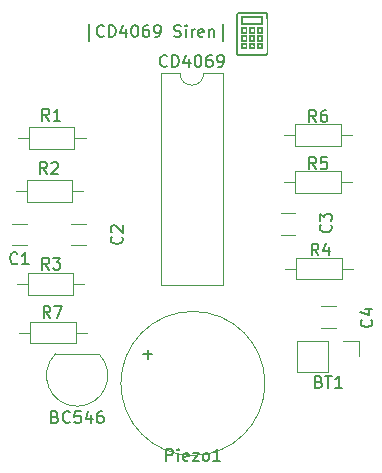
<source format=gbr>
%TF.GenerationSoftware,KiCad,Pcbnew,7.0.6*%
%TF.CreationDate,2023-09-16T09:49:36+02:00*%
%TF.ProjectId,cd4069-siren,63643430-3639-42d7-9369-72656e2e6b69,0*%
%TF.SameCoordinates,Original*%
%TF.FileFunction,Legend,Top*%
%TF.FilePolarity,Positive*%
%FSLAX46Y46*%
G04 Gerber Fmt 4.6, Leading zero omitted, Abs format (unit mm)*
G04 Created by KiCad (PCBNEW 7.0.6) date 2023-09-16 09:49:36*
%MOMM*%
%LPD*%
G01*
G04 APERTURE LIST*
%ADD10C,0.150000*%
%ADD11C,0.120000*%
G04 APERTURE END LIST*
D10*
X98674874Y-50903152D02*
X98674874Y-49474580D01*
X99960588Y-50474580D02*
X99912969Y-50522200D01*
X99912969Y-50522200D02*
X99770112Y-50569819D01*
X99770112Y-50569819D02*
X99674874Y-50569819D01*
X99674874Y-50569819D02*
X99532017Y-50522200D01*
X99532017Y-50522200D02*
X99436779Y-50426961D01*
X99436779Y-50426961D02*
X99389160Y-50331723D01*
X99389160Y-50331723D02*
X99341541Y-50141247D01*
X99341541Y-50141247D02*
X99341541Y-49998390D01*
X99341541Y-49998390D02*
X99389160Y-49807914D01*
X99389160Y-49807914D02*
X99436779Y-49712676D01*
X99436779Y-49712676D02*
X99532017Y-49617438D01*
X99532017Y-49617438D02*
X99674874Y-49569819D01*
X99674874Y-49569819D02*
X99770112Y-49569819D01*
X99770112Y-49569819D02*
X99912969Y-49617438D01*
X99912969Y-49617438D02*
X99960588Y-49665057D01*
X100389160Y-50569819D02*
X100389160Y-49569819D01*
X100389160Y-49569819D02*
X100627255Y-49569819D01*
X100627255Y-49569819D02*
X100770112Y-49617438D01*
X100770112Y-49617438D02*
X100865350Y-49712676D01*
X100865350Y-49712676D02*
X100912969Y-49807914D01*
X100912969Y-49807914D02*
X100960588Y-49998390D01*
X100960588Y-49998390D02*
X100960588Y-50141247D01*
X100960588Y-50141247D02*
X100912969Y-50331723D01*
X100912969Y-50331723D02*
X100865350Y-50426961D01*
X100865350Y-50426961D02*
X100770112Y-50522200D01*
X100770112Y-50522200D02*
X100627255Y-50569819D01*
X100627255Y-50569819D02*
X100389160Y-50569819D01*
X101817731Y-49903152D02*
X101817731Y-50569819D01*
X101579636Y-49522200D02*
X101341541Y-50236485D01*
X101341541Y-50236485D02*
X101960588Y-50236485D01*
X102532017Y-49569819D02*
X102627255Y-49569819D01*
X102627255Y-49569819D02*
X102722493Y-49617438D01*
X102722493Y-49617438D02*
X102770112Y-49665057D01*
X102770112Y-49665057D02*
X102817731Y-49760295D01*
X102817731Y-49760295D02*
X102865350Y-49950771D01*
X102865350Y-49950771D02*
X102865350Y-50188866D01*
X102865350Y-50188866D02*
X102817731Y-50379342D01*
X102817731Y-50379342D02*
X102770112Y-50474580D01*
X102770112Y-50474580D02*
X102722493Y-50522200D01*
X102722493Y-50522200D02*
X102627255Y-50569819D01*
X102627255Y-50569819D02*
X102532017Y-50569819D01*
X102532017Y-50569819D02*
X102436779Y-50522200D01*
X102436779Y-50522200D02*
X102389160Y-50474580D01*
X102389160Y-50474580D02*
X102341541Y-50379342D01*
X102341541Y-50379342D02*
X102293922Y-50188866D01*
X102293922Y-50188866D02*
X102293922Y-49950771D01*
X102293922Y-49950771D02*
X102341541Y-49760295D01*
X102341541Y-49760295D02*
X102389160Y-49665057D01*
X102389160Y-49665057D02*
X102436779Y-49617438D01*
X102436779Y-49617438D02*
X102532017Y-49569819D01*
X103722493Y-49569819D02*
X103532017Y-49569819D01*
X103532017Y-49569819D02*
X103436779Y-49617438D01*
X103436779Y-49617438D02*
X103389160Y-49665057D01*
X103389160Y-49665057D02*
X103293922Y-49807914D01*
X103293922Y-49807914D02*
X103246303Y-49998390D01*
X103246303Y-49998390D02*
X103246303Y-50379342D01*
X103246303Y-50379342D02*
X103293922Y-50474580D01*
X103293922Y-50474580D02*
X103341541Y-50522200D01*
X103341541Y-50522200D02*
X103436779Y-50569819D01*
X103436779Y-50569819D02*
X103627255Y-50569819D01*
X103627255Y-50569819D02*
X103722493Y-50522200D01*
X103722493Y-50522200D02*
X103770112Y-50474580D01*
X103770112Y-50474580D02*
X103817731Y-50379342D01*
X103817731Y-50379342D02*
X103817731Y-50141247D01*
X103817731Y-50141247D02*
X103770112Y-50046009D01*
X103770112Y-50046009D02*
X103722493Y-49998390D01*
X103722493Y-49998390D02*
X103627255Y-49950771D01*
X103627255Y-49950771D02*
X103436779Y-49950771D01*
X103436779Y-49950771D02*
X103341541Y-49998390D01*
X103341541Y-49998390D02*
X103293922Y-50046009D01*
X103293922Y-50046009D02*
X103246303Y-50141247D01*
X104293922Y-50569819D02*
X104484398Y-50569819D01*
X104484398Y-50569819D02*
X104579636Y-50522200D01*
X104579636Y-50522200D02*
X104627255Y-50474580D01*
X104627255Y-50474580D02*
X104722493Y-50331723D01*
X104722493Y-50331723D02*
X104770112Y-50141247D01*
X104770112Y-50141247D02*
X104770112Y-49760295D01*
X104770112Y-49760295D02*
X104722493Y-49665057D01*
X104722493Y-49665057D02*
X104674874Y-49617438D01*
X104674874Y-49617438D02*
X104579636Y-49569819D01*
X104579636Y-49569819D02*
X104389160Y-49569819D01*
X104389160Y-49569819D02*
X104293922Y-49617438D01*
X104293922Y-49617438D02*
X104246303Y-49665057D01*
X104246303Y-49665057D02*
X104198684Y-49760295D01*
X104198684Y-49760295D02*
X104198684Y-49998390D01*
X104198684Y-49998390D02*
X104246303Y-50093628D01*
X104246303Y-50093628D02*
X104293922Y-50141247D01*
X104293922Y-50141247D02*
X104389160Y-50188866D01*
X104389160Y-50188866D02*
X104579636Y-50188866D01*
X104579636Y-50188866D02*
X104674874Y-50141247D01*
X104674874Y-50141247D02*
X104722493Y-50093628D01*
X104722493Y-50093628D02*
X104770112Y-49998390D01*
X105912970Y-50522200D02*
X106055827Y-50569819D01*
X106055827Y-50569819D02*
X106293922Y-50569819D01*
X106293922Y-50569819D02*
X106389160Y-50522200D01*
X106389160Y-50522200D02*
X106436779Y-50474580D01*
X106436779Y-50474580D02*
X106484398Y-50379342D01*
X106484398Y-50379342D02*
X106484398Y-50284104D01*
X106484398Y-50284104D02*
X106436779Y-50188866D01*
X106436779Y-50188866D02*
X106389160Y-50141247D01*
X106389160Y-50141247D02*
X106293922Y-50093628D01*
X106293922Y-50093628D02*
X106103446Y-50046009D01*
X106103446Y-50046009D02*
X106008208Y-49998390D01*
X106008208Y-49998390D02*
X105960589Y-49950771D01*
X105960589Y-49950771D02*
X105912970Y-49855533D01*
X105912970Y-49855533D02*
X105912970Y-49760295D01*
X105912970Y-49760295D02*
X105960589Y-49665057D01*
X105960589Y-49665057D02*
X106008208Y-49617438D01*
X106008208Y-49617438D02*
X106103446Y-49569819D01*
X106103446Y-49569819D02*
X106341541Y-49569819D01*
X106341541Y-49569819D02*
X106484398Y-49617438D01*
X106912970Y-50569819D02*
X106912970Y-49903152D01*
X106912970Y-49569819D02*
X106865351Y-49617438D01*
X106865351Y-49617438D02*
X106912970Y-49665057D01*
X106912970Y-49665057D02*
X106960589Y-49617438D01*
X106960589Y-49617438D02*
X106912970Y-49569819D01*
X106912970Y-49569819D02*
X106912970Y-49665057D01*
X107389160Y-50569819D02*
X107389160Y-49903152D01*
X107389160Y-50093628D02*
X107436779Y-49998390D01*
X107436779Y-49998390D02*
X107484398Y-49950771D01*
X107484398Y-49950771D02*
X107579636Y-49903152D01*
X107579636Y-49903152D02*
X107674874Y-49903152D01*
X108389160Y-50522200D02*
X108293922Y-50569819D01*
X108293922Y-50569819D02*
X108103446Y-50569819D01*
X108103446Y-50569819D02*
X108008208Y-50522200D01*
X108008208Y-50522200D02*
X107960589Y-50426961D01*
X107960589Y-50426961D02*
X107960589Y-50046009D01*
X107960589Y-50046009D02*
X108008208Y-49950771D01*
X108008208Y-49950771D02*
X108103446Y-49903152D01*
X108103446Y-49903152D02*
X108293922Y-49903152D01*
X108293922Y-49903152D02*
X108389160Y-49950771D01*
X108389160Y-49950771D02*
X108436779Y-50046009D01*
X108436779Y-50046009D02*
X108436779Y-50141247D01*
X108436779Y-50141247D02*
X107960589Y-50236485D01*
X108865351Y-49903152D02*
X108865351Y-50569819D01*
X108865351Y-49998390D02*
X108912970Y-49950771D01*
X108912970Y-49950771D02*
X109008208Y-49903152D01*
X109008208Y-49903152D02*
X109151065Y-49903152D01*
X109151065Y-49903152D02*
X109246303Y-49950771D01*
X109246303Y-49950771D02*
X109293922Y-50046009D01*
X109293922Y-50046009D02*
X109293922Y-50569819D01*
X110008208Y-50903152D02*
X110008208Y-49474580D01*
X92633333Y-69709580D02*
X92585714Y-69757200D01*
X92585714Y-69757200D02*
X92442857Y-69804819D01*
X92442857Y-69804819D02*
X92347619Y-69804819D01*
X92347619Y-69804819D02*
X92204762Y-69757200D01*
X92204762Y-69757200D02*
X92109524Y-69661961D01*
X92109524Y-69661961D02*
X92061905Y-69566723D01*
X92061905Y-69566723D02*
X92014286Y-69376247D01*
X92014286Y-69376247D02*
X92014286Y-69233390D01*
X92014286Y-69233390D02*
X92061905Y-69042914D01*
X92061905Y-69042914D02*
X92109524Y-68947676D01*
X92109524Y-68947676D02*
X92204762Y-68852438D01*
X92204762Y-68852438D02*
X92347619Y-68804819D01*
X92347619Y-68804819D02*
X92442857Y-68804819D01*
X92442857Y-68804819D02*
X92585714Y-68852438D01*
X92585714Y-68852438D02*
X92633333Y-68900057D01*
X93585714Y-69804819D02*
X93014286Y-69804819D01*
X93300000Y-69804819D02*
X93300000Y-68804819D01*
X93300000Y-68804819D02*
X93204762Y-68947676D01*
X93204762Y-68947676D02*
X93109524Y-69042914D01*
X93109524Y-69042914D02*
X93014286Y-69090533D01*
X117933333Y-57754819D02*
X117600000Y-57278628D01*
X117361905Y-57754819D02*
X117361905Y-56754819D01*
X117361905Y-56754819D02*
X117742857Y-56754819D01*
X117742857Y-56754819D02*
X117838095Y-56802438D01*
X117838095Y-56802438D02*
X117885714Y-56850057D01*
X117885714Y-56850057D02*
X117933333Y-56945295D01*
X117933333Y-56945295D02*
X117933333Y-57088152D01*
X117933333Y-57088152D02*
X117885714Y-57183390D01*
X117885714Y-57183390D02*
X117838095Y-57231009D01*
X117838095Y-57231009D02*
X117742857Y-57278628D01*
X117742857Y-57278628D02*
X117361905Y-57278628D01*
X118790476Y-56754819D02*
X118600000Y-56754819D01*
X118600000Y-56754819D02*
X118504762Y-56802438D01*
X118504762Y-56802438D02*
X118457143Y-56850057D01*
X118457143Y-56850057D02*
X118361905Y-56992914D01*
X118361905Y-56992914D02*
X118314286Y-57183390D01*
X118314286Y-57183390D02*
X118314286Y-57564342D01*
X118314286Y-57564342D02*
X118361905Y-57659580D01*
X118361905Y-57659580D02*
X118409524Y-57707200D01*
X118409524Y-57707200D02*
X118504762Y-57754819D01*
X118504762Y-57754819D02*
X118695238Y-57754819D01*
X118695238Y-57754819D02*
X118790476Y-57707200D01*
X118790476Y-57707200D02*
X118838095Y-57659580D01*
X118838095Y-57659580D02*
X118885714Y-57564342D01*
X118885714Y-57564342D02*
X118885714Y-57326247D01*
X118885714Y-57326247D02*
X118838095Y-57231009D01*
X118838095Y-57231009D02*
X118790476Y-57183390D01*
X118790476Y-57183390D02*
X118695238Y-57135771D01*
X118695238Y-57135771D02*
X118504762Y-57135771D01*
X118504762Y-57135771D02*
X118409524Y-57183390D01*
X118409524Y-57183390D02*
X118361905Y-57231009D01*
X118361905Y-57231009D02*
X118314286Y-57326247D01*
X118164285Y-79756009D02*
X118307142Y-79803628D01*
X118307142Y-79803628D02*
X118354761Y-79851247D01*
X118354761Y-79851247D02*
X118402380Y-79946485D01*
X118402380Y-79946485D02*
X118402380Y-80089342D01*
X118402380Y-80089342D02*
X118354761Y-80184580D01*
X118354761Y-80184580D02*
X118307142Y-80232200D01*
X118307142Y-80232200D02*
X118211904Y-80279819D01*
X118211904Y-80279819D02*
X117830952Y-80279819D01*
X117830952Y-80279819D02*
X117830952Y-79279819D01*
X117830952Y-79279819D02*
X118164285Y-79279819D01*
X118164285Y-79279819D02*
X118259523Y-79327438D01*
X118259523Y-79327438D02*
X118307142Y-79375057D01*
X118307142Y-79375057D02*
X118354761Y-79470295D01*
X118354761Y-79470295D02*
X118354761Y-79565533D01*
X118354761Y-79565533D02*
X118307142Y-79660771D01*
X118307142Y-79660771D02*
X118259523Y-79708390D01*
X118259523Y-79708390D02*
X118164285Y-79756009D01*
X118164285Y-79756009D02*
X117830952Y-79756009D01*
X118688095Y-79279819D02*
X119259523Y-79279819D01*
X118973809Y-80279819D02*
X118973809Y-79279819D01*
X120116666Y-80279819D02*
X119545238Y-80279819D01*
X119830952Y-80279819D02*
X119830952Y-79279819D01*
X119830952Y-79279819D02*
X119735714Y-79422676D01*
X119735714Y-79422676D02*
X119640476Y-79517914D01*
X119640476Y-79517914D02*
X119545238Y-79565533D01*
X95333333Y-70254819D02*
X95000000Y-69778628D01*
X94761905Y-70254819D02*
X94761905Y-69254819D01*
X94761905Y-69254819D02*
X95142857Y-69254819D01*
X95142857Y-69254819D02*
X95238095Y-69302438D01*
X95238095Y-69302438D02*
X95285714Y-69350057D01*
X95285714Y-69350057D02*
X95333333Y-69445295D01*
X95333333Y-69445295D02*
X95333333Y-69588152D01*
X95333333Y-69588152D02*
X95285714Y-69683390D01*
X95285714Y-69683390D02*
X95238095Y-69731009D01*
X95238095Y-69731009D02*
X95142857Y-69778628D01*
X95142857Y-69778628D02*
X94761905Y-69778628D01*
X95666667Y-69254819D02*
X96285714Y-69254819D01*
X96285714Y-69254819D02*
X95952381Y-69635771D01*
X95952381Y-69635771D02*
X96095238Y-69635771D01*
X96095238Y-69635771D02*
X96190476Y-69683390D01*
X96190476Y-69683390D02*
X96238095Y-69731009D01*
X96238095Y-69731009D02*
X96285714Y-69826247D01*
X96285714Y-69826247D02*
X96285714Y-70064342D01*
X96285714Y-70064342D02*
X96238095Y-70159580D01*
X96238095Y-70159580D02*
X96190476Y-70207200D01*
X96190476Y-70207200D02*
X96095238Y-70254819D01*
X96095238Y-70254819D02*
X95809524Y-70254819D01*
X95809524Y-70254819D02*
X95714286Y-70207200D01*
X95714286Y-70207200D02*
X95666667Y-70159580D01*
X119159580Y-66466666D02*
X119207200Y-66514285D01*
X119207200Y-66514285D02*
X119254819Y-66657142D01*
X119254819Y-66657142D02*
X119254819Y-66752380D01*
X119254819Y-66752380D02*
X119207200Y-66895237D01*
X119207200Y-66895237D02*
X119111961Y-66990475D01*
X119111961Y-66990475D02*
X119016723Y-67038094D01*
X119016723Y-67038094D02*
X118826247Y-67085713D01*
X118826247Y-67085713D02*
X118683390Y-67085713D01*
X118683390Y-67085713D02*
X118492914Y-67038094D01*
X118492914Y-67038094D02*
X118397676Y-66990475D01*
X118397676Y-66990475D02*
X118302438Y-66895237D01*
X118302438Y-66895237D02*
X118254819Y-66752380D01*
X118254819Y-66752380D02*
X118254819Y-66657142D01*
X118254819Y-66657142D02*
X118302438Y-66514285D01*
X118302438Y-66514285D02*
X118350057Y-66466666D01*
X118254819Y-66133332D02*
X118254819Y-65514285D01*
X118254819Y-65514285D02*
X118635771Y-65847618D01*
X118635771Y-65847618D02*
X118635771Y-65704761D01*
X118635771Y-65704761D02*
X118683390Y-65609523D01*
X118683390Y-65609523D02*
X118731009Y-65561904D01*
X118731009Y-65561904D02*
X118826247Y-65514285D01*
X118826247Y-65514285D02*
X119064342Y-65514285D01*
X119064342Y-65514285D02*
X119159580Y-65561904D01*
X119159580Y-65561904D02*
X119207200Y-65609523D01*
X119207200Y-65609523D02*
X119254819Y-65704761D01*
X119254819Y-65704761D02*
X119254819Y-65990475D01*
X119254819Y-65990475D02*
X119207200Y-66085713D01*
X119207200Y-66085713D02*
X119159580Y-66133332D01*
X118133333Y-69054819D02*
X117800000Y-68578628D01*
X117561905Y-69054819D02*
X117561905Y-68054819D01*
X117561905Y-68054819D02*
X117942857Y-68054819D01*
X117942857Y-68054819D02*
X118038095Y-68102438D01*
X118038095Y-68102438D02*
X118085714Y-68150057D01*
X118085714Y-68150057D02*
X118133333Y-68245295D01*
X118133333Y-68245295D02*
X118133333Y-68388152D01*
X118133333Y-68388152D02*
X118085714Y-68483390D01*
X118085714Y-68483390D02*
X118038095Y-68531009D01*
X118038095Y-68531009D02*
X117942857Y-68578628D01*
X117942857Y-68578628D02*
X117561905Y-68578628D01*
X118990476Y-68388152D02*
X118990476Y-69054819D01*
X118752381Y-68007200D02*
X118514286Y-68721485D01*
X118514286Y-68721485D02*
X119133333Y-68721485D01*
X122609580Y-74491666D02*
X122657200Y-74539285D01*
X122657200Y-74539285D02*
X122704819Y-74682142D01*
X122704819Y-74682142D02*
X122704819Y-74777380D01*
X122704819Y-74777380D02*
X122657200Y-74920237D01*
X122657200Y-74920237D02*
X122561961Y-75015475D01*
X122561961Y-75015475D02*
X122466723Y-75063094D01*
X122466723Y-75063094D02*
X122276247Y-75110713D01*
X122276247Y-75110713D02*
X122133390Y-75110713D01*
X122133390Y-75110713D02*
X121942914Y-75063094D01*
X121942914Y-75063094D02*
X121847676Y-75015475D01*
X121847676Y-75015475D02*
X121752438Y-74920237D01*
X121752438Y-74920237D02*
X121704819Y-74777380D01*
X121704819Y-74777380D02*
X121704819Y-74682142D01*
X121704819Y-74682142D02*
X121752438Y-74539285D01*
X121752438Y-74539285D02*
X121800057Y-74491666D01*
X122038152Y-73634523D02*
X122704819Y-73634523D01*
X121657200Y-73872618D02*
X122371485Y-74110713D01*
X122371485Y-74110713D02*
X122371485Y-73491666D01*
X95133333Y-62154819D02*
X94800000Y-61678628D01*
X94561905Y-62154819D02*
X94561905Y-61154819D01*
X94561905Y-61154819D02*
X94942857Y-61154819D01*
X94942857Y-61154819D02*
X95038095Y-61202438D01*
X95038095Y-61202438D02*
X95085714Y-61250057D01*
X95085714Y-61250057D02*
X95133333Y-61345295D01*
X95133333Y-61345295D02*
X95133333Y-61488152D01*
X95133333Y-61488152D02*
X95085714Y-61583390D01*
X95085714Y-61583390D02*
X95038095Y-61631009D01*
X95038095Y-61631009D02*
X94942857Y-61678628D01*
X94942857Y-61678628D02*
X94561905Y-61678628D01*
X95514286Y-61250057D02*
X95561905Y-61202438D01*
X95561905Y-61202438D02*
X95657143Y-61154819D01*
X95657143Y-61154819D02*
X95895238Y-61154819D01*
X95895238Y-61154819D02*
X95990476Y-61202438D01*
X95990476Y-61202438D02*
X96038095Y-61250057D01*
X96038095Y-61250057D02*
X96085714Y-61345295D01*
X96085714Y-61345295D02*
X96085714Y-61440533D01*
X96085714Y-61440533D02*
X96038095Y-61583390D01*
X96038095Y-61583390D02*
X95466667Y-62154819D01*
X95466667Y-62154819D02*
X96085714Y-62154819D01*
X117933333Y-61754819D02*
X117600000Y-61278628D01*
X117361905Y-61754819D02*
X117361905Y-60754819D01*
X117361905Y-60754819D02*
X117742857Y-60754819D01*
X117742857Y-60754819D02*
X117838095Y-60802438D01*
X117838095Y-60802438D02*
X117885714Y-60850057D01*
X117885714Y-60850057D02*
X117933333Y-60945295D01*
X117933333Y-60945295D02*
X117933333Y-61088152D01*
X117933333Y-61088152D02*
X117885714Y-61183390D01*
X117885714Y-61183390D02*
X117838095Y-61231009D01*
X117838095Y-61231009D02*
X117742857Y-61278628D01*
X117742857Y-61278628D02*
X117361905Y-61278628D01*
X118838095Y-60754819D02*
X118361905Y-60754819D01*
X118361905Y-60754819D02*
X118314286Y-61231009D01*
X118314286Y-61231009D02*
X118361905Y-61183390D01*
X118361905Y-61183390D02*
X118457143Y-61135771D01*
X118457143Y-61135771D02*
X118695238Y-61135771D01*
X118695238Y-61135771D02*
X118790476Y-61183390D01*
X118790476Y-61183390D02*
X118838095Y-61231009D01*
X118838095Y-61231009D02*
X118885714Y-61326247D01*
X118885714Y-61326247D02*
X118885714Y-61564342D01*
X118885714Y-61564342D02*
X118838095Y-61659580D01*
X118838095Y-61659580D02*
X118790476Y-61707200D01*
X118790476Y-61707200D02*
X118695238Y-61754819D01*
X118695238Y-61754819D02*
X118457143Y-61754819D01*
X118457143Y-61754819D02*
X118361905Y-61707200D01*
X118361905Y-61707200D02*
X118314286Y-61659580D01*
X105314761Y-53004580D02*
X105267142Y-53052200D01*
X105267142Y-53052200D02*
X105124285Y-53099819D01*
X105124285Y-53099819D02*
X105029047Y-53099819D01*
X105029047Y-53099819D02*
X104886190Y-53052200D01*
X104886190Y-53052200D02*
X104790952Y-52956961D01*
X104790952Y-52956961D02*
X104743333Y-52861723D01*
X104743333Y-52861723D02*
X104695714Y-52671247D01*
X104695714Y-52671247D02*
X104695714Y-52528390D01*
X104695714Y-52528390D02*
X104743333Y-52337914D01*
X104743333Y-52337914D02*
X104790952Y-52242676D01*
X104790952Y-52242676D02*
X104886190Y-52147438D01*
X104886190Y-52147438D02*
X105029047Y-52099819D01*
X105029047Y-52099819D02*
X105124285Y-52099819D01*
X105124285Y-52099819D02*
X105267142Y-52147438D01*
X105267142Y-52147438D02*
X105314761Y-52195057D01*
X105743333Y-53099819D02*
X105743333Y-52099819D01*
X105743333Y-52099819D02*
X105981428Y-52099819D01*
X105981428Y-52099819D02*
X106124285Y-52147438D01*
X106124285Y-52147438D02*
X106219523Y-52242676D01*
X106219523Y-52242676D02*
X106267142Y-52337914D01*
X106267142Y-52337914D02*
X106314761Y-52528390D01*
X106314761Y-52528390D02*
X106314761Y-52671247D01*
X106314761Y-52671247D02*
X106267142Y-52861723D01*
X106267142Y-52861723D02*
X106219523Y-52956961D01*
X106219523Y-52956961D02*
X106124285Y-53052200D01*
X106124285Y-53052200D02*
X105981428Y-53099819D01*
X105981428Y-53099819D02*
X105743333Y-53099819D01*
X107171904Y-52433152D02*
X107171904Y-53099819D01*
X106933809Y-52052200D02*
X106695714Y-52766485D01*
X106695714Y-52766485D02*
X107314761Y-52766485D01*
X107886190Y-52099819D02*
X107981428Y-52099819D01*
X107981428Y-52099819D02*
X108076666Y-52147438D01*
X108076666Y-52147438D02*
X108124285Y-52195057D01*
X108124285Y-52195057D02*
X108171904Y-52290295D01*
X108171904Y-52290295D02*
X108219523Y-52480771D01*
X108219523Y-52480771D02*
X108219523Y-52718866D01*
X108219523Y-52718866D02*
X108171904Y-52909342D01*
X108171904Y-52909342D02*
X108124285Y-53004580D01*
X108124285Y-53004580D02*
X108076666Y-53052200D01*
X108076666Y-53052200D02*
X107981428Y-53099819D01*
X107981428Y-53099819D02*
X107886190Y-53099819D01*
X107886190Y-53099819D02*
X107790952Y-53052200D01*
X107790952Y-53052200D02*
X107743333Y-53004580D01*
X107743333Y-53004580D02*
X107695714Y-52909342D01*
X107695714Y-52909342D02*
X107648095Y-52718866D01*
X107648095Y-52718866D02*
X107648095Y-52480771D01*
X107648095Y-52480771D02*
X107695714Y-52290295D01*
X107695714Y-52290295D02*
X107743333Y-52195057D01*
X107743333Y-52195057D02*
X107790952Y-52147438D01*
X107790952Y-52147438D02*
X107886190Y-52099819D01*
X109076666Y-52099819D02*
X108886190Y-52099819D01*
X108886190Y-52099819D02*
X108790952Y-52147438D01*
X108790952Y-52147438D02*
X108743333Y-52195057D01*
X108743333Y-52195057D02*
X108648095Y-52337914D01*
X108648095Y-52337914D02*
X108600476Y-52528390D01*
X108600476Y-52528390D02*
X108600476Y-52909342D01*
X108600476Y-52909342D02*
X108648095Y-53004580D01*
X108648095Y-53004580D02*
X108695714Y-53052200D01*
X108695714Y-53052200D02*
X108790952Y-53099819D01*
X108790952Y-53099819D02*
X108981428Y-53099819D01*
X108981428Y-53099819D02*
X109076666Y-53052200D01*
X109076666Y-53052200D02*
X109124285Y-53004580D01*
X109124285Y-53004580D02*
X109171904Y-52909342D01*
X109171904Y-52909342D02*
X109171904Y-52671247D01*
X109171904Y-52671247D02*
X109124285Y-52576009D01*
X109124285Y-52576009D02*
X109076666Y-52528390D01*
X109076666Y-52528390D02*
X108981428Y-52480771D01*
X108981428Y-52480771D02*
X108790952Y-52480771D01*
X108790952Y-52480771D02*
X108695714Y-52528390D01*
X108695714Y-52528390D02*
X108648095Y-52576009D01*
X108648095Y-52576009D02*
X108600476Y-52671247D01*
X109648095Y-53099819D02*
X109838571Y-53099819D01*
X109838571Y-53099819D02*
X109933809Y-53052200D01*
X109933809Y-53052200D02*
X109981428Y-53004580D01*
X109981428Y-53004580D02*
X110076666Y-52861723D01*
X110076666Y-52861723D02*
X110124285Y-52671247D01*
X110124285Y-52671247D02*
X110124285Y-52290295D01*
X110124285Y-52290295D02*
X110076666Y-52195057D01*
X110076666Y-52195057D02*
X110029047Y-52147438D01*
X110029047Y-52147438D02*
X109933809Y-52099819D01*
X109933809Y-52099819D02*
X109743333Y-52099819D01*
X109743333Y-52099819D02*
X109648095Y-52147438D01*
X109648095Y-52147438D02*
X109600476Y-52195057D01*
X109600476Y-52195057D02*
X109552857Y-52290295D01*
X109552857Y-52290295D02*
X109552857Y-52528390D01*
X109552857Y-52528390D02*
X109600476Y-52623628D01*
X109600476Y-52623628D02*
X109648095Y-52671247D01*
X109648095Y-52671247D02*
X109743333Y-52718866D01*
X109743333Y-52718866D02*
X109933809Y-52718866D01*
X109933809Y-52718866D02*
X110029047Y-52671247D01*
X110029047Y-52671247D02*
X110076666Y-52623628D01*
X110076666Y-52623628D02*
X110124285Y-52528390D01*
X95433333Y-74354819D02*
X95100000Y-73878628D01*
X94861905Y-74354819D02*
X94861905Y-73354819D01*
X94861905Y-73354819D02*
X95242857Y-73354819D01*
X95242857Y-73354819D02*
X95338095Y-73402438D01*
X95338095Y-73402438D02*
X95385714Y-73450057D01*
X95385714Y-73450057D02*
X95433333Y-73545295D01*
X95433333Y-73545295D02*
X95433333Y-73688152D01*
X95433333Y-73688152D02*
X95385714Y-73783390D01*
X95385714Y-73783390D02*
X95338095Y-73831009D01*
X95338095Y-73831009D02*
X95242857Y-73878628D01*
X95242857Y-73878628D02*
X94861905Y-73878628D01*
X95766667Y-73354819D02*
X96433333Y-73354819D01*
X96433333Y-73354819D02*
X96004762Y-74354819D01*
X101459580Y-67466666D02*
X101507200Y-67514285D01*
X101507200Y-67514285D02*
X101554819Y-67657142D01*
X101554819Y-67657142D02*
X101554819Y-67752380D01*
X101554819Y-67752380D02*
X101507200Y-67895237D01*
X101507200Y-67895237D02*
X101411961Y-67990475D01*
X101411961Y-67990475D02*
X101316723Y-68038094D01*
X101316723Y-68038094D02*
X101126247Y-68085713D01*
X101126247Y-68085713D02*
X100983390Y-68085713D01*
X100983390Y-68085713D02*
X100792914Y-68038094D01*
X100792914Y-68038094D02*
X100697676Y-67990475D01*
X100697676Y-67990475D02*
X100602438Y-67895237D01*
X100602438Y-67895237D02*
X100554819Y-67752380D01*
X100554819Y-67752380D02*
X100554819Y-67657142D01*
X100554819Y-67657142D02*
X100602438Y-67514285D01*
X100602438Y-67514285D02*
X100650057Y-67466666D01*
X100650057Y-67085713D02*
X100602438Y-67038094D01*
X100602438Y-67038094D02*
X100554819Y-66942856D01*
X100554819Y-66942856D02*
X100554819Y-66704761D01*
X100554819Y-66704761D02*
X100602438Y-66609523D01*
X100602438Y-66609523D02*
X100650057Y-66561904D01*
X100650057Y-66561904D02*
X100745295Y-66514285D01*
X100745295Y-66514285D02*
X100840533Y-66514285D01*
X100840533Y-66514285D02*
X100983390Y-66561904D01*
X100983390Y-66561904D02*
X101554819Y-67133332D01*
X101554819Y-67133332D02*
X101554819Y-66514285D01*
X95333333Y-57654819D02*
X95000000Y-57178628D01*
X94761905Y-57654819D02*
X94761905Y-56654819D01*
X94761905Y-56654819D02*
X95142857Y-56654819D01*
X95142857Y-56654819D02*
X95238095Y-56702438D01*
X95238095Y-56702438D02*
X95285714Y-56750057D01*
X95285714Y-56750057D02*
X95333333Y-56845295D01*
X95333333Y-56845295D02*
X95333333Y-56988152D01*
X95333333Y-56988152D02*
X95285714Y-57083390D01*
X95285714Y-57083390D02*
X95238095Y-57131009D01*
X95238095Y-57131009D02*
X95142857Y-57178628D01*
X95142857Y-57178628D02*
X94761905Y-57178628D01*
X96285714Y-57654819D02*
X95714286Y-57654819D01*
X96000000Y-57654819D02*
X96000000Y-56654819D01*
X96000000Y-56654819D02*
X95904762Y-56797676D01*
X95904762Y-56797676D02*
X95809524Y-56892914D01*
X95809524Y-56892914D02*
X95714286Y-56940533D01*
X95842857Y-82731009D02*
X95985714Y-82778628D01*
X95985714Y-82778628D02*
X96033333Y-82826247D01*
X96033333Y-82826247D02*
X96080952Y-82921485D01*
X96080952Y-82921485D02*
X96080952Y-83064342D01*
X96080952Y-83064342D02*
X96033333Y-83159580D01*
X96033333Y-83159580D02*
X95985714Y-83207200D01*
X95985714Y-83207200D02*
X95890476Y-83254819D01*
X95890476Y-83254819D02*
X95509524Y-83254819D01*
X95509524Y-83254819D02*
X95509524Y-82254819D01*
X95509524Y-82254819D02*
X95842857Y-82254819D01*
X95842857Y-82254819D02*
X95938095Y-82302438D01*
X95938095Y-82302438D02*
X95985714Y-82350057D01*
X95985714Y-82350057D02*
X96033333Y-82445295D01*
X96033333Y-82445295D02*
X96033333Y-82540533D01*
X96033333Y-82540533D02*
X95985714Y-82635771D01*
X95985714Y-82635771D02*
X95938095Y-82683390D01*
X95938095Y-82683390D02*
X95842857Y-82731009D01*
X95842857Y-82731009D02*
X95509524Y-82731009D01*
X97080952Y-83159580D02*
X97033333Y-83207200D01*
X97033333Y-83207200D02*
X96890476Y-83254819D01*
X96890476Y-83254819D02*
X96795238Y-83254819D01*
X96795238Y-83254819D02*
X96652381Y-83207200D01*
X96652381Y-83207200D02*
X96557143Y-83111961D01*
X96557143Y-83111961D02*
X96509524Y-83016723D01*
X96509524Y-83016723D02*
X96461905Y-82826247D01*
X96461905Y-82826247D02*
X96461905Y-82683390D01*
X96461905Y-82683390D02*
X96509524Y-82492914D01*
X96509524Y-82492914D02*
X96557143Y-82397676D01*
X96557143Y-82397676D02*
X96652381Y-82302438D01*
X96652381Y-82302438D02*
X96795238Y-82254819D01*
X96795238Y-82254819D02*
X96890476Y-82254819D01*
X96890476Y-82254819D02*
X97033333Y-82302438D01*
X97033333Y-82302438D02*
X97080952Y-82350057D01*
X97985714Y-82254819D02*
X97509524Y-82254819D01*
X97509524Y-82254819D02*
X97461905Y-82731009D01*
X97461905Y-82731009D02*
X97509524Y-82683390D01*
X97509524Y-82683390D02*
X97604762Y-82635771D01*
X97604762Y-82635771D02*
X97842857Y-82635771D01*
X97842857Y-82635771D02*
X97938095Y-82683390D01*
X97938095Y-82683390D02*
X97985714Y-82731009D01*
X97985714Y-82731009D02*
X98033333Y-82826247D01*
X98033333Y-82826247D02*
X98033333Y-83064342D01*
X98033333Y-83064342D02*
X97985714Y-83159580D01*
X97985714Y-83159580D02*
X97938095Y-83207200D01*
X97938095Y-83207200D02*
X97842857Y-83254819D01*
X97842857Y-83254819D02*
X97604762Y-83254819D01*
X97604762Y-83254819D02*
X97509524Y-83207200D01*
X97509524Y-83207200D02*
X97461905Y-83159580D01*
X98890476Y-82588152D02*
X98890476Y-83254819D01*
X98652381Y-82207200D02*
X98414286Y-82921485D01*
X98414286Y-82921485D02*
X99033333Y-82921485D01*
X99842857Y-82254819D02*
X99652381Y-82254819D01*
X99652381Y-82254819D02*
X99557143Y-82302438D01*
X99557143Y-82302438D02*
X99509524Y-82350057D01*
X99509524Y-82350057D02*
X99414286Y-82492914D01*
X99414286Y-82492914D02*
X99366667Y-82683390D01*
X99366667Y-82683390D02*
X99366667Y-83064342D01*
X99366667Y-83064342D02*
X99414286Y-83159580D01*
X99414286Y-83159580D02*
X99461905Y-83207200D01*
X99461905Y-83207200D02*
X99557143Y-83254819D01*
X99557143Y-83254819D02*
X99747619Y-83254819D01*
X99747619Y-83254819D02*
X99842857Y-83207200D01*
X99842857Y-83207200D02*
X99890476Y-83159580D01*
X99890476Y-83159580D02*
X99938095Y-83064342D01*
X99938095Y-83064342D02*
X99938095Y-82826247D01*
X99938095Y-82826247D02*
X99890476Y-82731009D01*
X99890476Y-82731009D02*
X99842857Y-82683390D01*
X99842857Y-82683390D02*
X99747619Y-82635771D01*
X99747619Y-82635771D02*
X99557143Y-82635771D01*
X99557143Y-82635771D02*
X99461905Y-82683390D01*
X99461905Y-82683390D02*
X99414286Y-82731009D01*
X99414286Y-82731009D02*
X99366667Y-82826247D01*
X105238095Y-86454819D02*
X105238095Y-85454819D01*
X105238095Y-85454819D02*
X105619047Y-85454819D01*
X105619047Y-85454819D02*
X105714285Y-85502438D01*
X105714285Y-85502438D02*
X105761904Y-85550057D01*
X105761904Y-85550057D02*
X105809523Y-85645295D01*
X105809523Y-85645295D02*
X105809523Y-85788152D01*
X105809523Y-85788152D02*
X105761904Y-85883390D01*
X105761904Y-85883390D02*
X105714285Y-85931009D01*
X105714285Y-85931009D02*
X105619047Y-85978628D01*
X105619047Y-85978628D02*
X105238095Y-85978628D01*
X106238095Y-86454819D02*
X106238095Y-85788152D01*
X106238095Y-85454819D02*
X106190476Y-85502438D01*
X106190476Y-85502438D02*
X106238095Y-85550057D01*
X106238095Y-85550057D02*
X106285714Y-85502438D01*
X106285714Y-85502438D02*
X106238095Y-85454819D01*
X106238095Y-85454819D02*
X106238095Y-85550057D01*
X107095237Y-86407200D02*
X106999999Y-86454819D01*
X106999999Y-86454819D02*
X106809523Y-86454819D01*
X106809523Y-86454819D02*
X106714285Y-86407200D01*
X106714285Y-86407200D02*
X106666666Y-86311961D01*
X106666666Y-86311961D02*
X106666666Y-85931009D01*
X106666666Y-85931009D02*
X106714285Y-85835771D01*
X106714285Y-85835771D02*
X106809523Y-85788152D01*
X106809523Y-85788152D02*
X106999999Y-85788152D01*
X106999999Y-85788152D02*
X107095237Y-85835771D01*
X107095237Y-85835771D02*
X107142856Y-85931009D01*
X107142856Y-85931009D02*
X107142856Y-86026247D01*
X107142856Y-86026247D02*
X106666666Y-86121485D01*
X107476190Y-85788152D02*
X107999999Y-85788152D01*
X107999999Y-85788152D02*
X107476190Y-86454819D01*
X107476190Y-86454819D02*
X107999999Y-86454819D01*
X108523809Y-86454819D02*
X108428571Y-86407200D01*
X108428571Y-86407200D02*
X108380952Y-86359580D01*
X108380952Y-86359580D02*
X108333333Y-86264342D01*
X108333333Y-86264342D02*
X108333333Y-85978628D01*
X108333333Y-85978628D02*
X108380952Y-85883390D01*
X108380952Y-85883390D02*
X108428571Y-85835771D01*
X108428571Y-85835771D02*
X108523809Y-85788152D01*
X108523809Y-85788152D02*
X108666666Y-85788152D01*
X108666666Y-85788152D02*
X108761904Y-85835771D01*
X108761904Y-85835771D02*
X108809523Y-85883390D01*
X108809523Y-85883390D02*
X108857142Y-85978628D01*
X108857142Y-85978628D02*
X108857142Y-86264342D01*
X108857142Y-86264342D02*
X108809523Y-86359580D01*
X108809523Y-86359580D02*
X108761904Y-86407200D01*
X108761904Y-86407200D02*
X108666666Y-86454819D01*
X108666666Y-86454819D02*
X108523809Y-86454819D01*
X109809523Y-86454819D02*
X109238095Y-86454819D01*
X109523809Y-86454819D02*
X109523809Y-85454819D01*
X109523809Y-85454819D02*
X109428571Y-85597676D01*
X109428571Y-85597676D02*
X109333333Y-85692914D01*
X109333333Y-85692914D02*
X109238095Y-85740533D01*
X103309048Y-77433866D02*
X104070953Y-77433866D01*
X103690000Y-77814819D02*
X103690000Y-77052914D01*
%TO.C,G\u002A\u002A\u002A*%
G36*
X113174338Y-48448217D02*
G01*
X113332435Y-48449355D01*
X113460207Y-48451894D01*
X113561379Y-48456117D01*
X113639679Y-48462308D01*
X113698835Y-48470749D01*
X113742574Y-48481724D01*
X113774622Y-48495515D01*
X113798708Y-48512405D01*
X113818558Y-48532678D01*
X113835228Y-48553218D01*
X113843542Y-48564908D01*
X113850749Y-48579441D01*
X113856930Y-48599934D01*
X113862162Y-48629498D01*
X113866526Y-48671248D01*
X113870098Y-48728299D01*
X113872960Y-48803764D01*
X113875188Y-48900756D01*
X113876863Y-49022390D01*
X113878063Y-49171780D01*
X113878866Y-49352040D01*
X113879352Y-49566283D01*
X113879600Y-49817623D01*
X113879689Y-50109175D01*
X113879698Y-50309327D01*
X113879751Y-50633338D01*
X113879759Y-50915166D01*
X113879497Y-51157864D01*
X113878738Y-51364485D01*
X113877255Y-51538081D01*
X113874822Y-51681705D01*
X113871214Y-51798409D01*
X113866203Y-51891247D01*
X113859563Y-51963271D01*
X113851069Y-52017534D01*
X113840494Y-52057089D01*
X113827611Y-52084987D01*
X113812195Y-52104283D01*
X113794018Y-52118029D01*
X113772856Y-52129276D01*
X113748480Y-52141079D01*
X113743740Y-52143496D01*
X113723394Y-52151191D01*
X113692202Y-52157638D01*
X113646478Y-52162934D01*
X113582533Y-52167177D01*
X113496683Y-52170463D01*
X113385241Y-52172890D01*
X113244520Y-52174556D01*
X113070834Y-52175557D01*
X112860497Y-52175992D01*
X112609822Y-52175957D01*
X112518087Y-52175860D01*
X112291954Y-52175225D01*
X112078631Y-52173941D01*
X111882571Y-52172083D01*
X111708224Y-52169724D01*
X111560038Y-52166940D01*
X111442466Y-52163804D01*
X111359957Y-52160391D01*
X111316961Y-52156775D01*
X111312556Y-52155715D01*
X111266420Y-52126511D01*
X111214949Y-52080584D01*
X111210775Y-52076171D01*
X111154230Y-52015339D01*
X111148155Y-50320931D01*
X111148098Y-50305156D01*
X111301247Y-50305156D01*
X111301315Y-50617793D01*
X111301565Y-50888309D01*
X111302068Y-51119817D01*
X111302892Y-51315433D01*
X111304107Y-51478271D01*
X111305784Y-51611445D01*
X111307991Y-51718070D01*
X111310800Y-51801261D01*
X111314278Y-51864131D01*
X111318497Y-51909796D01*
X111323525Y-51941369D01*
X111329432Y-51961965D01*
X111336289Y-51974699D01*
X111338680Y-51977605D01*
X111349172Y-51986930D01*
X111364850Y-51994741D01*
X111389505Y-52001172D01*
X111426928Y-52006357D01*
X111480912Y-52010428D01*
X111555247Y-52013520D01*
X111653726Y-52015765D01*
X111780139Y-52017297D01*
X111938278Y-52018249D01*
X112131935Y-52018755D01*
X112364901Y-52018947D01*
X112514815Y-52018967D01*
X112771017Y-52018921D01*
X112985815Y-52018682D01*
X113163038Y-52018103D01*
X113306517Y-52017037D01*
X113420082Y-52015335D01*
X113507566Y-52012851D01*
X113572798Y-52009435D01*
X113619609Y-52004942D01*
X113651829Y-51999222D01*
X113673291Y-51992128D01*
X113687823Y-51983513D01*
X113699191Y-51973294D01*
X113707890Y-51963783D01*
X113715393Y-51951782D01*
X113721775Y-51934128D01*
X113727111Y-51907657D01*
X113731476Y-51869205D01*
X113734945Y-51815610D01*
X113737591Y-51743706D01*
X113739491Y-51650331D01*
X113740718Y-51532320D01*
X113741347Y-51386510D01*
X113741453Y-51209738D01*
X113741111Y-50998839D01*
X113740396Y-50750649D01*
X113739382Y-50462006D01*
X113738772Y-50297734D01*
X113737579Y-49987032D01*
X113736424Y-49718430D01*
X113735212Y-49488792D01*
X113733851Y-49294983D01*
X113732244Y-49133866D01*
X113730298Y-49002306D01*
X113727918Y-48897168D01*
X113725011Y-48815314D01*
X113721481Y-48753611D01*
X113717235Y-48708921D01*
X113712179Y-48678109D01*
X113706216Y-48658039D01*
X113699255Y-48645575D01*
X113691199Y-48637583D01*
X113688776Y-48635749D01*
X113672197Y-48628284D01*
X113642233Y-48622029D01*
X113595300Y-48616883D01*
X113527814Y-48612749D01*
X113436190Y-48609527D01*
X113316842Y-48607119D01*
X113166187Y-48605427D01*
X112980639Y-48604351D01*
X112756615Y-48603793D01*
X112523328Y-48603651D01*
X112265383Y-48603793D01*
X112048908Y-48604292D01*
X111870141Y-48605263D01*
X111725316Y-48606818D01*
X111610670Y-48609071D01*
X111522438Y-48612134D01*
X111456856Y-48616121D01*
X111410160Y-48621145D01*
X111378585Y-48627319D01*
X111358368Y-48634756D01*
X111351516Y-48638861D01*
X111301247Y-48674070D01*
X111301247Y-50305156D01*
X111148098Y-50305156D01*
X111142079Y-48626524D01*
X111219913Y-48541579D01*
X111297746Y-48456634D01*
X112480815Y-48450383D01*
X112752255Y-48449014D01*
X112982187Y-48448198D01*
X113174338Y-48448217D01*
G37*
G36*
X112115495Y-51351737D02*
G01*
X112115495Y-51611844D01*
X111855388Y-51611844D01*
X111595281Y-51611844D01*
X111595281Y-51453518D01*
X111728510Y-51453518D01*
X111842839Y-51453518D01*
X111957169Y-51453518D01*
X111957169Y-51339189D01*
X111957169Y-51224859D01*
X111849733Y-51231753D01*
X111742298Y-51238647D01*
X111735404Y-51346082D01*
X111728510Y-51453518D01*
X111595281Y-51453518D01*
X111595281Y-51351737D01*
X111595281Y-51091630D01*
X111855388Y-51091630D01*
X112115495Y-51091630D01*
X112115495Y-51351737D01*
G37*
G36*
X112771416Y-51351737D02*
G01*
X112771416Y-51611844D01*
X112511309Y-51611844D01*
X112251203Y-51611844D01*
X112251203Y-51351737D01*
X112251203Y-51224859D01*
X112409528Y-51224859D01*
X112409528Y-51339189D01*
X112409528Y-51453518D01*
X112523858Y-51453518D01*
X112638187Y-51453518D01*
X112631293Y-51346082D01*
X112624399Y-51238647D01*
X112516964Y-51231753D01*
X112409528Y-51224859D01*
X112251203Y-51224859D01*
X112251203Y-51091630D01*
X112511309Y-51091630D01*
X112771416Y-51091630D01*
X112771416Y-51351737D01*
G37*
G36*
X113449956Y-51351737D02*
G01*
X113449956Y-51611844D01*
X113189849Y-51611844D01*
X112929742Y-51611844D01*
X112929742Y-51453518D01*
X113062972Y-51453518D01*
X113177301Y-51453518D01*
X113291630Y-51453518D01*
X113291630Y-51339189D01*
X113291630Y-51224859D01*
X113184195Y-51231753D01*
X113076759Y-51238647D01*
X113069865Y-51346082D01*
X113062972Y-51453518D01*
X112929742Y-51453518D01*
X112929742Y-51351737D01*
X112929742Y-51091630D01*
X113189849Y-51091630D01*
X113449956Y-51091630D01*
X113449956Y-51351737D01*
G37*
G36*
X112115495Y-50684506D02*
G01*
X112115495Y-50955922D01*
X111855388Y-50955922D01*
X111595281Y-50955922D01*
X111595281Y-50734849D01*
X111733367Y-50734849D01*
X111752215Y-50777219D01*
X111799667Y-50794891D01*
X111854678Y-50797596D01*
X111957169Y-50797596D01*
X111957169Y-50683267D01*
X111957169Y-50568938D01*
X111849733Y-50575831D01*
X111784688Y-50581997D01*
X111752046Y-50595663D01*
X111739006Y-50626044D01*
X111735050Y-50658387D01*
X111733367Y-50734849D01*
X111595281Y-50734849D01*
X111595281Y-50684506D01*
X111595281Y-50413090D01*
X111855388Y-50413090D01*
X112115495Y-50413090D01*
X112115495Y-50684506D01*
G37*
G36*
X112771416Y-50684506D02*
G01*
X112771416Y-50955922D01*
X112511309Y-50955922D01*
X112251203Y-50955922D01*
X112251203Y-50684506D01*
X112251203Y-50568938D01*
X112409528Y-50568938D01*
X112409528Y-50684506D01*
X112409528Y-50800075D01*
X112516964Y-50793181D01*
X112624399Y-50786287D01*
X112624399Y-50684506D01*
X112624399Y-50582725D01*
X112516964Y-50575831D01*
X112409528Y-50568938D01*
X112251203Y-50568938D01*
X112251203Y-50413090D01*
X112511309Y-50413090D01*
X112771416Y-50413090D01*
X112771416Y-50684506D01*
G37*
G36*
X113449956Y-50684506D02*
G01*
X113449956Y-50955922D01*
X113189849Y-50955922D01*
X112929742Y-50955922D01*
X112929742Y-50734849D01*
X113067828Y-50734849D01*
X113086676Y-50777219D01*
X113134128Y-50794891D01*
X113189139Y-50797596D01*
X113291630Y-50797596D01*
X113291630Y-50683267D01*
X113291630Y-50568938D01*
X113184195Y-50575831D01*
X113119149Y-50581997D01*
X113086507Y-50595663D01*
X113073468Y-50626044D01*
X113069511Y-50658387D01*
X113067828Y-50734849D01*
X112929742Y-50734849D01*
X112929742Y-50684506D01*
X112929742Y-50413090D01*
X113189849Y-50413090D01*
X113449956Y-50413090D01*
X113449956Y-50684506D01*
G37*
G36*
X112115495Y-50017276D02*
G01*
X112115495Y-50277382D01*
X111855388Y-50277382D01*
X111595281Y-50277382D01*
X111595281Y-50017276D01*
X111595281Y-49915495D01*
X111730989Y-49915495D01*
X111730989Y-50013506D01*
X111734197Y-50076975D01*
X111742250Y-50119577D01*
X111746067Y-50126596D01*
X111776191Y-50135867D01*
X111833854Y-50141182D01*
X111859157Y-50141674D01*
X111957169Y-50141674D01*
X111957169Y-50028585D01*
X111957169Y-49915495D01*
X111844079Y-49915495D01*
X111730989Y-49915495D01*
X111595281Y-49915495D01*
X111595281Y-49757169D01*
X111855388Y-49757169D01*
X112115495Y-49757169D01*
X112115495Y-50017276D01*
G37*
G36*
X112771416Y-50017276D02*
G01*
X112771416Y-50277382D01*
X112511309Y-50277382D01*
X112251203Y-50277382D01*
X112251203Y-50017276D01*
X112251203Y-49915495D01*
X112409528Y-49915495D01*
X112409528Y-50029824D01*
X112409528Y-50144153D01*
X112516964Y-50137259D01*
X112624399Y-50130365D01*
X112631293Y-50022930D01*
X112638187Y-49915495D01*
X112523858Y-49915495D01*
X112409528Y-49915495D01*
X112251203Y-49915495D01*
X112251203Y-49757169D01*
X112511309Y-49757169D01*
X112771416Y-49757169D01*
X112771416Y-50017276D01*
G37*
G36*
X113449956Y-50017276D02*
G01*
X113449956Y-50277382D01*
X113189849Y-50277382D01*
X112929742Y-50277382D01*
X112929742Y-50017276D01*
X112929742Y-49915495D01*
X113065450Y-49915495D01*
X113065450Y-50013506D01*
X113068658Y-50076975D01*
X113076712Y-50119577D01*
X113080529Y-50126596D01*
X113110652Y-50135867D01*
X113168316Y-50141182D01*
X113193619Y-50141674D01*
X113291630Y-50141674D01*
X113291630Y-50028585D01*
X113291630Y-49915495D01*
X113178540Y-49915495D01*
X113065450Y-49915495D01*
X112929742Y-49915495D01*
X112929742Y-49757169D01*
X113189849Y-49757169D01*
X113449956Y-49757169D01*
X113449956Y-50017276D01*
G37*
G36*
X113449956Y-49169101D02*
G01*
X113449956Y-49530989D01*
X112522618Y-49530989D01*
X111595281Y-49530989D01*
X111595281Y-49169101D01*
X111595281Y-48965539D01*
X111730989Y-48965539D01*
X111730989Y-49154022D01*
X111732687Y-49242358D01*
X111737207Y-49312510D01*
X111743687Y-49352842D01*
X111746067Y-49357584D01*
X111771484Y-49361157D01*
X111836793Y-49364428D01*
X111936650Y-49367293D01*
X112065712Y-49369649D01*
X112218636Y-49371393D01*
X112390077Y-49372423D01*
X112526388Y-49372663D01*
X113291630Y-49372663D01*
X113291630Y-49169101D01*
X113291630Y-48965539D01*
X112511309Y-48965539D01*
X111730989Y-48965539D01*
X111595281Y-48965539D01*
X111595281Y-48807213D01*
X112522618Y-48807213D01*
X113449956Y-48807213D01*
X113449956Y-49169101D01*
G37*
D11*
%TO.C,C1*%
X93429000Y-68220000D02*
X92171000Y-68220000D01*
X93429000Y-66380000D02*
X92171000Y-66380000D01*
%TO.C,R6*%
X115230000Y-58875000D02*
X116180000Y-58875000D01*
X116180000Y-57955000D02*
X116180000Y-59795000D01*
X116180000Y-59795000D02*
X120020000Y-59795000D01*
X120020000Y-57955000D02*
X116180000Y-57955000D01*
X120020000Y-59795000D02*
X120020000Y-57955000D01*
X120970000Y-58875000D02*
X120020000Y-58875000D01*
%TO.C,BT1*%
X121530000Y-76270000D02*
X121530000Y-77600000D01*
X120200000Y-76270000D02*
X121530000Y-76270000D01*
X118930000Y-76270000D02*
X116330000Y-76270000D01*
X118930000Y-76270000D02*
X118930000Y-78930000D01*
X116330000Y-76270000D02*
X116330000Y-78930000D01*
X118930000Y-78930000D02*
X116330000Y-78930000D01*
%TO.C,R3*%
X98310000Y-71500000D02*
X97360000Y-71500000D01*
X97360000Y-72420000D02*
X97360000Y-70580000D01*
X97360000Y-70580000D02*
X93520000Y-70580000D01*
X93520000Y-72420000D02*
X97360000Y-72420000D01*
X93520000Y-70580000D02*
X93520000Y-72420000D01*
X92570000Y-71500000D02*
X93520000Y-71500000D01*
%TO.C,C3*%
X114921000Y-65455000D02*
X116179000Y-65455000D01*
X114921000Y-67295000D02*
X116179000Y-67295000D01*
%TO.C,R4*%
X115320000Y-70175000D02*
X116270000Y-70175000D01*
X116270000Y-69255000D02*
X116270000Y-71095000D01*
X116270000Y-71095000D02*
X120110000Y-71095000D01*
X120110000Y-69255000D02*
X116270000Y-69255000D01*
X120110000Y-71095000D02*
X120110000Y-69255000D01*
X121060000Y-70175000D02*
X120110000Y-70175000D01*
%TO.C,C4*%
X119629000Y-75220000D02*
X118371000Y-75220000D01*
X119629000Y-73380000D02*
X118371000Y-73380000D01*
%TO.C,R2*%
X98230000Y-63600000D02*
X97280000Y-63600000D01*
X97280000Y-64520000D02*
X97280000Y-62680000D01*
X97280000Y-62680000D02*
X93440000Y-62680000D01*
X93440000Y-64520000D02*
X97280000Y-64520000D01*
X93440000Y-62680000D02*
X93440000Y-64520000D01*
X92490000Y-63600000D02*
X93440000Y-63600000D01*
%TO.C,R5*%
X115220000Y-62875000D02*
X116170000Y-62875000D01*
X116170000Y-61955000D02*
X116170000Y-63795000D01*
X116170000Y-63795000D02*
X120010000Y-63795000D01*
X120010000Y-61955000D02*
X116170000Y-61955000D01*
X120010000Y-63795000D02*
X120010000Y-61955000D01*
X120960000Y-62875000D02*
X120010000Y-62875000D01*
%TO.C,CD4069*%
X104760000Y-53645000D02*
X104760000Y-71545000D01*
X104760000Y-71545000D02*
X110060000Y-71545000D01*
X106410000Y-53645000D02*
X104760000Y-53645000D01*
X110060000Y-53645000D02*
X108410000Y-53645000D01*
X110060000Y-71545000D02*
X110060000Y-53645000D01*
X106410000Y-53645000D02*
G75*
G03*
X108410000Y-53645000I1000000J0D01*
G01*
%TO.C,R7*%
X92770000Y-75600000D02*
X93720000Y-75600000D01*
X93720000Y-74680000D02*
X93720000Y-76520000D01*
X93720000Y-76520000D02*
X97560000Y-76520000D01*
X97560000Y-74680000D02*
X93720000Y-74680000D01*
X97560000Y-76520000D02*
X97560000Y-74680000D01*
X98510000Y-75600000D02*
X97560000Y-75600000D01*
%TO.C,C2*%
X97171000Y-66380000D02*
X98429000Y-66380000D01*
X97171000Y-68220000D02*
X98429000Y-68220000D01*
%TO.C,R1*%
X98410000Y-59100000D02*
X97460000Y-59100000D01*
X97460000Y-60020000D02*
X97460000Y-58180000D01*
X97460000Y-58180000D02*
X93620000Y-58180000D01*
X93620000Y-60020000D02*
X97460000Y-60020000D01*
X93620000Y-58180000D02*
X93620000Y-60020000D01*
X92670000Y-59100000D02*
X93620000Y-59100000D01*
%TO.C,BC546*%
X99500000Y-77380000D02*
X95900000Y-77380000D01*
X97700000Y-81830000D02*
G75*
G03*
X99538478Y-77391522I0J2600000D01*
G01*
X95861522Y-77391522D02*
G75*
G03*
X97700000Y-81830000I1838478J-1838478D01*
G01*
%TO.C,Piezo1*%
X113600000Y-79900000D02*
G75*
G03*
X113600000Y-79900000I-6100000J0D01*
G01*
%TD*%
M02*

</source>
